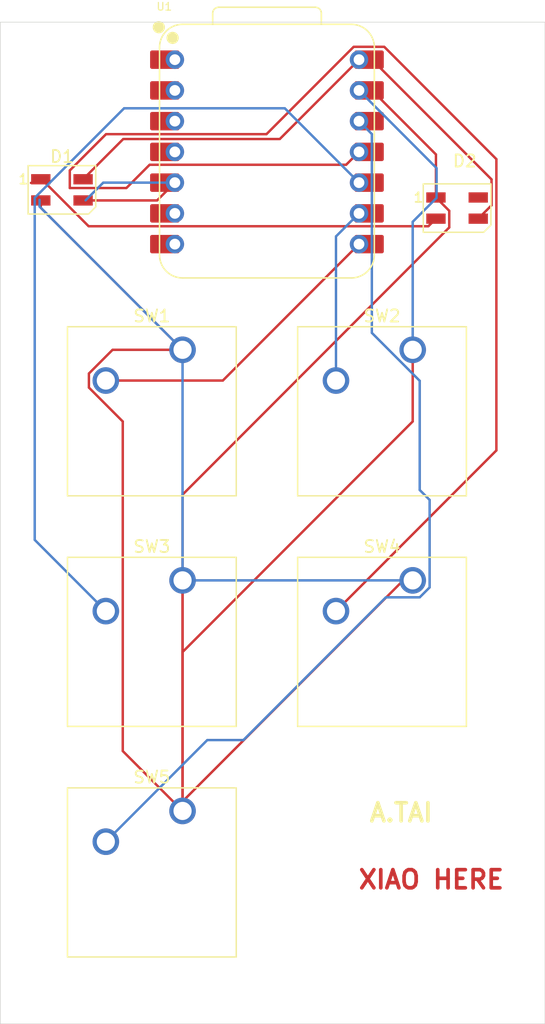
<source format=kicad_pcb>
(kicad_pcb (version 20241229) (generator "pcbnew") (generator_version "9.0")
  (layers (0 "F.Cu" signal) (2 "B.Cu" signal) (13 "F.Paste" user) (15 "B.Paste" user) (5 "F.SilkS" user "F.Silkscreen") (7 "B.SilkS" user "B.Silkscreen") (1 "F.Mask" user) (3 "B.Mask" user) (25 "Edge.Cuts" user))
  (net 0 "")
  (net 1 "GND")
  (net 2 "Net-(D1-DOUT)")
  (net 3 "+5V")
  (net 4 "Net-(D1-DIN)")
  (net 6 "Net-(U1-GPIO1{slash}RX)")
  (net 7 "Net-(U1-GPIO2{slash}SCK)")
  (net 8 "Net-(U1-GPIO4{slash}MISO)")
  (net 9 "Net-(U1-GPIO3{slash}MOSI)")
  (net 10 "Net-(U1-3V3)")
  (footprint "Button_Switch_Keyboard:SW_Cherry_MX_1.00u_PCB" (layer "F.Cu") (at 153.325 83.46975)
    (property "Reference" "SW1" (at -2.54 -2.794 0) (layer "F.SilkS"))
    (property "Value" "SW_Push")
    (fp_line (start -9.525 -1.905) (end 4.445 -1.905) (stroke (width 0.12)) (layer "F.SilkS"))
    (fp_line (start -9.525 12.065) (end -9.525 -1.905) (stroke (width 0.12)) (layer "F.SilkS"))
    (fp_line (start 4.445 -1.905) (end 4.445 12.065) (stroke (width 0.12)) (layer "F.SilkS"))
    (fp_line (start 4.445 12.065) (end -9.525 12.065) (stroke (width 0.12)) (layer "F.SilkS"))
    (pad "" np_thru_hole circle (at -7.62 5.08) (size 1.7 1.7) (drill 1.7) (layers "*.Cu" "*.Mask"))
    (pad "" np_thru_hole circle (at -2.54 5.08) (size 4 4) (drill 4) (layers "*.Cu" "*.Mask"))
    (pad "" np_thru_hole circle (at 2.54 5.08) (size 1.7 1.7) (drill 1.7) (layers "*.Cu" "*.Mask"))
    (pad "1" thru_hole circle (at 0 0) (size 2.2 2.2) (drill 1.5) (layers "*.Cu" "*.Mask") (net 1 "GND"))
    (pad "2" thru_hole circle (at -6.35 2.54) (size 2.2 2.2) (drill 1.5) (layers "*.Cu" "*.Mask") (net 6 "Net-(U1-GPIO1{slash}RX)"))
  )
  (footprint "Button_Switch_Keyboard:SW_Cherry_MX_1.00u_PCB" (layer "F.Cu") (at 153.325 121.56975)
    (property "Reference" "SW5" (at -2.54 -2.794 0) (layer "F.SilkS"))
    (property "Value" "SW_Push")
    (fp_line (start -9.525 -1.905) (end 4.445 -1.905) (stroke (width 0.12)) (layer "F.SilkS"))
    (fp_line (start -9.525 12.065) (end -9.525 -1.905) (stroke (width 0.12)) (layer "F.SilkS"))
    (fp_line (start 4.445 -1.905) (end 4.445 12.065) (stroke (width 0.12)) (layer "F.SilkS"))
    (fp_line (start 4.445 12.065) (end -9.525 12.065) (stroke (width 0.12)) (layer "F.SilkS"))
    (pad "" np_thru_hole circle (at -7.62 5.08) (size 1.7 1.7) (drill 1.7) (layers "*.Cu" "*.Mask"))
    (pad "" np_thru_hole circle (at -2.54 5.08) (size 4 4) (drill 4) (layers "*.Cu" "*.Mask"))
    (pad "" np_thru_hole circle (at 2.54 5.08) (size 1.7 1.7) (drill 1.7) (layers "*.Cu" "*.Mask"))
    (pad "1" thru_hole circle (at 0 0) (size 2.2 2.2) (drill 1.5) (layers "*.Cu" "*.Mask") (net 1 "GND"))
    (pad "2" thru_hole circle (at -6.35 2.54) (size 2.2 2.2) (drill 1.5) (layers "*.Cu" "*.Mask") (net 10 "Net-(U1-3V3)"))
  )
  (footprint "Button_Switch_Keyboard:SW_Cherry_MX_1.00u_PCB" (layer "F.Cu") (at 153.325 102.51975)
    (property "Reference" "SW3" (at -2.54 -2.794 0) (layer "F.SilkS"))
    (property "Value" "SW_Push")
    (fp_line (start -9.525 -1.905) (end 4.445 -1.905) (stroke (width 0.12)) (layer "F.SilkS"))
    (fp_line (start -9.525 12.065) (end -9.525 -1.905) (stroke (width 0.12)) (layer "F.SilkS"))
    (fp_line (start 4.445 -1.905) (end 4.445 12.065) (stroke (width 0.12)) (layer "F.SilkS"))
    (fp_line (start 4.445 12.065) (end -9.525 12.065) (stroke (width 0.12)) (layer "F.SilkS"))
    (pad "" np_thru_hole circle (at -7.62 5.08) (size 1.7 1.7) (drill 1.7) (layers "*.Cu" "*.Mask"))
    (pad "" np_thru_hole circle (at -2.54 5.08) (size 4 4) (drill 4) (layers "*.Cu" "*.Mask"))
    (pad "" np_thru_hole circle (at 2.54 5.08) (size 1.7 1.7) (drill 1.7) (layers "*.Cu" "*.Mask"))
    (pad "1" thru_hole circle (at 0 0) (size 2.2 2.2) (drill 1.5) (layers "*.Cu" "*.Mask") (net 1 "GND"))
    (pad "2" thru_hole circle (at -6.35 2.54) (size 2.2 2.2) (drill 1.5) (layers "*.Cu" "*.Mask") (net 8 "Net-(U1-GPIO4{slash}MISO)"))
  )
  (footprint "Button_Switch_Keyboard:SW_Cherry_MX_1.00u_PCB" (layer "F.Cu") (at 172.375 102.51975)
    (property "Reference" "SW4" (at -2.54 -2.794 0) (layer "F.SilkS"))
    (property "Value" "SW_Push")
    (fp_line (start -9.525 -1.905) (end 4.445 -1.905) (stroke (width 0.12)) (layer "F.SilkS"))
    (fp_line (start -9.525 12.065) (end -9.525 -1.905) (stroke (width 0.12)) (layer "F.SilkS"))
    (fp_line (start 4.445 -1.905) (end 4.445 12.065) (stroke (width 0.12)) (layer "F.SilkS"))
    (fp_line (start 4.445 12.065) (end -9.525 12.065) (stroke (width 0.12)) (layer "F.SilkS"))
    (pad "" np_thru_hole circle (at -7.62 5.08) (size 1.7 1.7) (drill 1.7) (layers "*.Cu" "*.Mask"))
    (pad "" np_thru_hole circle (at -2.54 5.08) (size 4 4) (drill 4) (layers "*.Cu" "*.Mask"))
    (pad "" np_thru_hole circle (at 2.54 5.08) (size 1.7 1.7) (drill 1.7) (layers "*.Cu" "*.Mask"))
    (pad "1" thru_hole circle (at 0 0) (size 2.2 2.2) (drill 1.5) (layers "*.Cu" "*.Mask") (net 1 "GND"))
    (pad "2" thru_hole circle (at -6.35 2.54) (size 2.2 2.2) (drill 1.5) (layers "*.Cu" "*.Mask") (net 9 "Net-(U1-GPIO3{slash}MOSI)"))
  )
  (footprint "Seeed Studio XIAO Series Library:XIAO-RP2040-DIP" (layer "F.Cu") (at 160.31 67.1185)
    (property "Reference" "U1" (at -8.5 -12 0) (layer "F.SilkS") (effects (font (size 0.635 0.635) (thickness 0.1016))))
    (property "Value" "XIAO-RP2040-DIP")
    (fp_line (start -8.89 8.509) (end -8.89 -8.636) (stroke (width 0.127)) (layer "F.SilkS"))
    (fp_line (start -6.985 10.414) (end 6.985 10.414) (stroke (width 0.127)) (layer "F.SilkS"))
    (fp_line (start -4.495 -10.541) (end -4.491272 -11.451272) (stroke (width 0.127)) (layer "F.SilkS"))
    (fp_line (start -3.991272 -11.951) (end 4.004 -11.951) (stroke (width 0.127)) (layer "F.SilkS"))
    (fp_line (start 4.504 -11.451) (end 4.504 -10.541) (stroke (width 0.127)) (layer "F.SilkS"))
    (fp_line (start 6.985 -10.541) (end -6.985 -10.541) (stroke (width 0.1)) (layer "F.SilkS"))
    (fp_line (start 6.985 -10.541) (end -6.985 -10.541) (stroke (width 0.127)) (layer "F.SilkS"))
    (fp_line (start 8.89 8.509) (end 8.89 -8.636) (stroke (width 0.127)) (layer "F.SilkS"))
    (fp_arc (start -8.89 -8.636) (mid -8.332038 -9.983038) (end -6.985 -10.541) (stroke (width 0.127)) (layer "F.SilkS"))
    (fp_arc (start -6.985 10.414) (mid -8.332038 9.856038) (end -8.89 8.509) (stroke (width 0.127)) (layer "F.SilkS"))
    (fp_arc (start -4.491272 -11.451272) (mid -4.344728 -11.80464) (end -3.991272 -11.951) (stroke (width 0.127)) (layer "F.SilkS"))
    (fp_arc (start 4.004 -11.951) (mid 4.357553 -11.804553) (end 4.504 -11.451) (stroke (width 0.127)) (layer "F.SilkS"))
    (fp_arc (start 6.985 -10.541) (mid 8.332038 -9.983038) (end 8.89 -8.636) (stroke (width 0.127)) (layer "F.SilkS"))
    (fp_arc (start 8.89 8.509) (mid 8.332038 9.856038) (end 6.985 10.414) (stroke (width 0.127)) (layer "F.SilkS"))
    (fp_circle (center -8.95 -10.3) (end -8.95 -10.554) (stroke (width 0.5)) (fill yes) (layer "F.SilkS"))
    (fp_circle (center -7.807 -9.42) (end -7.807 -9.674) (stroke (width 0.5)) (fill yes) (layer "F.SilkS"))
    (pad "1" smd roundrect (at -8.455 -7.62 180) (size 2.432 1.524) (layers "F.Cu" "F.Mask") (roundrect_rratio 0.1))
    (pad "1" thru_hole circle (at -7.62 -7.62 180) (size 1.524 1.524) (drill 0.889) (layers "*.Cu" "*.Mask"))
    (pad "2" smd roundrect (at -8.455 -5.08 180) (size 2.432 1.524) (layers "F.Cu" "F.Mask") (roundrect_rratio 0.1))
    (pad "2" thru_hole circle (at -7.62 -5.08 180) (size 1.524 1.524) (drill 0.889) (layers "*.Cu" "*.Mask"))
    (pad "3" smd roundrect (at -8.455 -2.54 180) (size 2.432 1.524) (layers "F.Cu" "F.Mask") (roundrect_rratio 0.1))
    (pad "3" thru_hole circle (at -7.62 -2.54 180) (size 1.524 1.524) (drill 0.889) (layers "*.Cu" "*.Mask"))
    (pad "4" smd roundrect (at -8.455 0 180) (size 2.432 1.524) (layers "F.Cu" "F.Mask") (roundrect_rratio 0.1))
    (pad "4" thru_hole circle (at -7.62 0 180) (size 1.524 1.524) (drill 0.889) (layers "*.Cu" "*.Mask"))
    (pad "5" smd roundrect (at -8.455 2.54 180) (size 2.432 1.524) (layers "F.Cu" "F.Mask") (roundrect_rratio 0.1) (net 4 "Net-(D1-DIN)"))
    (pad "5" thru_hole circle (at -7.62 2.54 180) (size 1.524 1.524) (drill 0.889) (layers "*.Cu" "*.Mask") (net 4 "Net-(D1-DIN)"))
    (pad "6" smd roundrect (at -8.455 5.08 180) (size 2.432 1.524) (layers "F.Cu" "F.Mask") (roundrect_rratio 0.1))
    (pad "6" thru_hole circle (at -7.62 5.08 180) (size 1.524 1.524) (drill 0.889) (layers "*.Cu" "*.Mask"))
    (pad "7" smd roundrect (at -8.455 7.62 180) (size 2.432 1.524) (layers "F.Cu" "F.Mask") (roundrect_rratio 0.1))
    (pad "7" thru_hole circle (at -7.62 7.62 180) (size 1.524 1.524) (drill 0.889) (layers "*.Cu" "*.Mask"))
    (pad "8" thru_hole circle (at 7.62 7.62) (size 1.524 1.524) (drill 0.889) (layers "*.Cu" "*.Mask") (net 6 "Net-(U1-GPIO1{slash}RX)"))
    (pad "8" smd roundrect (at 8.455 7.62) (size 2.432 1.524) (layers "F.Cu" "F.Mask") (roundrect_rratio 0.1) (net 6 "Net-(U1-GPIO1{slash}RX)"))
    (pad "9" thru_hole circle (at 7.62 5.08) (size 1.524 1.524) (drill 0.889) (layers "*.Cu" "*.Mask") (net 7 "Net-(U1-GPIO2{slash}SCK)"))
    (pad "9" smd roundrect (at 8.455 5.08) (size 2.432 1.524) (layers "F.Cu" "F.Mask") (roundrect_rratio 0.1) (net 7 "Net-(U1-GPIO2{slash}SCK)"))
    (pad "10" thru_hole circle (at 7.62 2.54) (size 1.524 1.524) (drill 0.889) (layers "*.Cu" "*.Mask") (net 8 "Net-(U1-GPIO4{slash}MISO)"))
    (pad "10" smd roundrect (at 8.455 2.54) (size 2.432 1.524) (layers "F.Cu" "F.Mask") (roundrect_rratio 0.1) (net 8 "Net-(U1-GPIO4{slash}MISO)"))
    (pad "11" thru_hole circle (at 7.62 0) (size 1.524 1.524) (drill 0.889) (layers "*.Cu" "*.Mask") (net 9 "Net-(U1-GPIO3{slash}MOSI)"))
    (pad "11" smd roundrect (at 8.455 0) (size 2.432 1.524) (layers "F.Cu" "F.Mask") (roundrect_rratio 0.1) (net 9 "Net-(U1-GPIO3{slash}MOSI)"))
    (pad "12" thru_hole circle (at 7.62 -2.54) (size 1.524 1.524) (drill 0.889) (layers "*.Cu" "*.Mask") (net 10 "Net-(U1-3V3)"))
    (pad "12" smd roundrect (at 8.455 -2.54) (size 2.432 1.524) (layers "F.Cu" "F.Mask") (roundrect_rratio 0.1) (net 10 "Net-(U1-3V3)"))
    (pad "13" thru_hole circle (at 7.62 -5.08) (size 1.524 1.524) (drill 0.889) (layers "*.Cu" "*.Mask") (net 1 "GND"))
    (pad "13" smd roundrect (at 8.455 -5.08) (size 2.432 1.524) (layers "F.Cu" "F.Mask") (roundrect_rratio 0.1) (net 1 "GND"))
    (pad "14" thru_hole circle (at 7.62 -7.62) (size 1.524 1.524) (drill 0.889) (layers "*.Cu" "*.Mask") (net 3 "+5V"))
    (pad "14" smd roundrect (at 8.455 -7.62) (size 2.432 1.524) (layers "F.Cu" "F.Mask") (roundrect_rratio 0.1) (net 3 "+5V"))
  )
  (footprint "LED_SMD:LED_SK6812MINI_PLCC4_3.5x3.5mm_P1.75mm" (layer "F.Cu") (at 143.34275 70.254)
    (property "Reference" "D1" (at 0 -2.75 0) (layer "F.SilkS"))
    (property "Value" "SK6812MINI")
    (fp_line (start -2.8 -2) (end -2.8 2) (stroke (width 0.12)) (layer "F.SilkS"))
    (fp_line (start -2.8 -2) (end 2.8 -2) (stroke (width 0.12)) (layer "F.SilkS"))
    (fp_line (start -2.8 2) (end 2.2 2) (stroke (width 0.12)) (layer "F.SilkS"))
    (fp_line (start 2.8 1.4) (end 2.2 2) (stroke (width 0.12)) (layer "F.SilkS"))
    (fp_line (start 2.8 1.4) (end 2.8 -2) (stroke (width 0.12)) (layer "F.SilkS"))
    (fp_text user "1" (at -3.2 -0.875 0) (layer "F.SilkS") (effects (font (size 0.8 0.8))))
    (pad "1" smd rect (at -1.75 -0.875) (size 1.6 0.85) (layers "F.Cu" "F.Mask" "F.Paste") (net 2 "Net-(D1-DOUT)"))
    (pad "2" smd rect (at -1.75 0.875) (size 1.6 0.85) (layers "F.Cu" "F.Mask" "F.Paste") (net 1 "GND"))
    (pad "3" smd rect (at 1.75 0.875) (size 1.6 0.85) (layers "F.Cu" "F.Mask" "F.Paste") (net 4 "Net-(D1-DIN)"))
    (pad "4" smd rect (at 1.75 -0.875) (size 1.6 0.85) (layers "F.Cu" "F.Mask" "F.Paste") (net 3 "+5V"))
  )
  (footprint "LED_SMD:LED_SK6812MINI_PLCC4_3.5x3.5mm_P1.75mm" (layer "F.Cu") (at 176.049 71.76025)
    (property "Reference" "D2" (at 0.63125 -3.8875 0) (layer "F.SilkS"))
    (property "Value" "SK6812")
    (fp_line (start -2.8 -2) (end -2.8 2) (stroke (width 0.12)) (layer "F.SilkS"))
    (fp_line (start -2.8 -2) (end 2.8 -2) (stroke (width 0.12)) (layer "F.SilkS"))
    (fp_line (start -2.8 2) (end 2.2 2) (stroke (width 0.12)) (layer "F.SilkS"))
    (fp_line (start 2.8 1.4) (end 2.2 2) (stroke (width 0.12)) (layer "F.SilkS"))
    (fp_line (start 2.8 1.4) (end 2.8 -2) (stroke (width 0.12)) (layer "F.SilkS"))
    (fp_text user "1" (at -3.2 -0.875 0) (layer "F.SilkS") (effects (font (size 0.8 0.8))))
    (pad "1" smd rect (at -1.75 -0.875) (size 1.6 0.85) (layers "F.Cu" "F.Mask" "F.Paste") (net 1 "GND"))
    (pad "2" smd rect (at -1.75 0.875) (size 1.6 0.85) (layers "F.Cu" "F.Mask" "F.Paste") (net 2 "Net-(D1-DOUT)"))
    (pad "3" smd rect (at 1.75 0.875) (size 1.6 0.85) (layers "F.Cu" "F.Mask" "F.Paste") (net 3 "+5V"))
    (pad "4" smd rect (at 1.75 -0.875) (size 1.6 0.85) (layers "F.Cu" "F.Mask" "F.Paste"))
  )
  (footprint "Button_Switch_Keyboard:SW_Cherry_MX_1.00u_PCB" (layer "F.Cu") (at 172.375 83.46975)
    (property "Reference" "SW2" (at -2.54 -2.794 0) (layer "F.SilkS"))
    (property "Value" "SW_Push")
    (fp_line (start -9.525 -1.905) (end 4.445 -1.905) (stroke (width 0.12)) (layer "F.SilkS"))
    (fp_line (start -9.525 12.065) (end -9.525 -1.905) (stroke (width 0.12)) (layer "F.SilkS"))
    (fp_line (start 4.445 -1.905) (end 4.445 12.065) (stroke (width 0.12)) (layer "F.SilkS"))
    (fp_line (start 4.445 12.065) (end -9.525 12.065) (stroke (width 0.12)) (layer "F.SilkS"))
    (pad "" np_thru_hole circle (at -7.62 5.08) (size 1.7 1.7) (drill 1.7) (layers "*.Cu" "*.Mask"))
    (pad "" np_thru_hole circle (at -2.54 5.08) (size 4 4) (drill 4) (layers "*.Cu" "*.Mask"))
    (pad "" np_thru_hole circle (at 2.54 5.08) (size 1.7 1.7) (drill 1.7) (layers "*.Cu" "*.Mask"))
    (pad "1" thru_hole circle (at 0 0) (size 2.2 2.2) (drill 1.5) (layers "*.Cu" "*.Mask") (net 1 "GND"))
    (pad "2" thru_hole circle (at -6.35 2.54) (size 2.2 2.2) (drill 1.5) (layers "*.Cu" "*.Mask") (net 7 "Net-(U1-GPIO2{slash}SCK)"))
  )
  (gr_rect (start 138.24 56.4) (end 183.32 139.16) (stroke (width 0.05)) (fill no) (layer "Edge.Cuts"))
  (gr_text "XIAO HERE\n" (at 167.75 128.12 0) (layer "F.Cu") (effects (font (size 1.5 1.5) (thickness 0.3) (bold yes)) (justify left bottom)))
  (gr_text "A.TAI" (at 168.65 122.59 0) (layer "F.SilkS") (effects (font (size 1.5 1.5) (thickness 0.3) (bold yes)) (justify left bottom)))
  (segment (start 153.325 121.56975) (end 148.376 116.62075) (width 0.2) (layer "F.Cu") (net 1))
  (segment (start 172.375 89.39128) (end 172.375 83.46975) (width 0.2) (layer "F.Cu") (net 1))
  (segment (start 145.574 86.590064) (end 145.574 85.429436) (width 0.2) (layer "F.Cu") (net 1))
  (segment (start 141.59275 71.7375) (end 153.325 83.46975) (width 0.2) (layer "F.Cu") (net 1))
  (segment (start 174.299 67.32987) (end 169.00763 62.0385) (width 0.2) (layer "F.Cu") (net 1))
  (segment (start 147.533686 83.46975) (end 153.325 83.46975) (width 0.2) (layer "F.Cu") (net 1))
  (segment (start 153.325 121.56975) (end 153.325 95.43625) (width 0.2) (layer "F.Cu") (net 1))
  (segment (start 153.325 121.56975) (end 153.325 120.784934) (width 0.2) (layer "F.Cu") (net 1))
  (segment (start 169.00763 62.0385) (end 167.93 62.0385) (width 0.2) (layer "F.Cu") (net 1))
  (segment (start 175.4 71.98625) (end 174.299 70.88525) (width 0.2) (layer "F.Cu") (net 1))
  (segment (start 145.574 85.429436) (end 147.533686 83.46975) (width 0.2) (layer "F.Cu") (net 1))
  (segment (start 153.325 108.44128) (end 172.375 89.39128) (width 0.2) (layer "F.Cu") (net 1))
  (segment (start 153.325 121.56975) (end 153.325 108.44128) (width 0.2) (layer "F.Cu") (net 1))
  (segment (start 153.325 120.784934) (end 171.590184 102.51975) (width 0.2) (layer "F.Cu") (net 1))
  (segment (start 148.376 116.62075) (end 148.376 89.392064) (width 0.2) (layer "F.Cu") (net 1))
  (segment (start 153.325 121.56975) (end 153.325 102.51975) (width 0.2) (layer "F.Cu") (net 1))
  (segment (start 174.299 70.88525) (end 174.299 67.32987) (width 0.2) (layer "F.Cu") (net 1))
  (segment (start 148.376 89.392064) (end 145.574 86.590064) (width 0.2) (layer "F.Cu") (net 1))
  (segment (start 175.4 73.36125) (end 175.4 71.98625) (width 0.2) (layer "F.Cu") (net 1))
  (segment (start 153.325 95.43625) (end 175.4 73.36125) (width 0.2) (layer "F.Cu") (net 1))
  (segment (start 171.590184 102.51975) (end 172.375 102.51975) (width 0.2) (layer "F.Cu") (net 1))
  (segment (start 141.59275 71.129) (end 141.59275 71.7375) (width 0.2) (layer "F.Cu") (net 1))
  (segment (start 153.325 83.46975) (end 153.325 102.51975) (width 0.2) (layer "B.Cu") (net 1))
  (segment (start 174.35 70.92) (end 174.35 68.4585) (width 0.2) (layer "B.Cu") (net 1))
  (segment (start 141.49 71.63475) (end 141.49 71.08) (width 0.2) (layer "B.Cu") (net 1))
  (segment (start 141.49 71.63475) (end 153.325 83.46975) (width 0.2) (layer "B.Cu") (net 1))
  (segment (start 172.375 83.46975) (end 172.375 72.895) (width 0.2) (layer "B.Cu") (net 1))
  (segment (start 172.375 72.895) (end 174.35 70.92) (width 0.2) (layer "B.Cu") (net 1))
  (segment (start 172.375 102.51975) (end 153.325 102.51975) (width 0.2) (layer "B.Cu") (net 1))
  (segment (start 174.35 68.4585) (end 167.93 62.0385) (width 0.2) (layer "B.Cu") (net 1))
  (segment (start 145.55225 73.2615) (end 141.97075 69.68) (width 0.2) (layer "F.Cu") (net 2))
  (segment (start 173.67275 73.2615) (end 145.55225 73.2615) (width 0.2) (layer "F.Cu") (net 2))
  (segment (start 174.299 72.63525) (end 173.67275 73.2615) (width 0.2) (layer "F.Cu") (net 2))
  (segment (start 141.97075 69.68) (end 140.78 69.68) (width 0.2) (layer "F.Cu") (net 2))
  (segment (start 177.799 72.63525) (end 178.9 71.53425) (width 0.2) (layer "F.Cu") (net 3))
  (segment (start 161.373 66.0555) (end 167.93 59.4985) (width 0.2) (layer "F.Cu") (net 3))
  (segment (start 145.09275 69.379) (end 148.41625 66.0555) (width 0.2) (layer "F.Cu") (net 3))
  (segment (start 148.41625 66.0555) (end 161.373 66.0555) (width 0.2) (layer "F.Cu") (net 3))
  (segment (start 178.9 69.39087) (end 169.00763 59.4985) (width 0.2) (layer "F.Cu") (net 3))
  (segment (start 169.00763 59.4985) (end 167.93 59.4985) (width 0.2) (layer "F.Cu") (net 3))
  (segment (start 178.9 71.53425) (end 178.9 69.39087) (width 0.2) (layer "F.Cu") (net 3))
  (segment (start 145.09275 71.129) (end 151.2195 71.129) (width 0.2) (layer "F.Cu") (net 4))
  (segment (start 151.2195 71.129) (end 152.69 69.6585) (width 0.2) (layer "F.Cu") (net 4))
  (segment (start 146.7615 69.6585) (end 145.3 71.12) (width 0.2) (layer "B.Cu") (net 4))
  (segment (start 146.7615 69.6585) (end 152.69 69.6585) (width 0.2) (layer "B.Cu") (net 4))
  (segment (start 146.975 86.00975) (end 156.65875 86.00975) (width 0.2) (layer "F.Cu") (net 6))
  (segment (start 156.65875 86.00975) (end 167.93 74.7385) (width 0.2) (layer "F.Cu") (net 6))
  (segment (start 167.93 72.1985) (end 166.025 74.1035) (width 0.2) (layer "B.Cu") (net 7))
  (segment (start 166.025 74.1035) (end 166.025 86.00975) (width 0.2) (layer "B.Cu") (net 7))
  (segment (start 148.4874 63.5155) (end 161.787 63.5155) (width 0.2) (layer "B.Cu") (net 8))
  (segment (start 141.089 99.17375) (end 141.089 70.9139) (width 0.2) (layer "B.Cu") (net 8))
  (segment (start 161.787 63.5155) (end 167.93 69.6585) (width 0.2) (layer "B.Cu") (net 8))
  (segment (start 141.089 70.9139) (end 148.4874 63.5155) (width 0.2) (layer "B.Cu") (net 8))
  (segment (start 146.975 105.05975) (end 141.089 99.17375) (width 0.2) (layer "B.Cu") (net 8))
  (segment (start 179.301 67.715874) (end 170.020626 58.4355) (width 0.2) (layer "F.Cu") (net 9))
  (segment (start 166.867 68.1815) (end 167.93 67.1185) (width 0.2) (layer "F.Cu") (net 9))
  (segment (start 167.48969 58.4355) (end 160.27069 65.6545) (width 0.2) (layer "F.Cu") (net 9))
  (segment (start 143.99175 68.653) (end 143.99175 70.105) (width 0.2) (layer "F.Cu") (net 9))
  (segment (start 148.675874 70.105) (end 150.599374 68.1815) (width 0.2) (layer "F.Cu") (net 9))
  (segment (start 150.599374 68.1815) (end 166.867 68.1815) (width 0.2) (layer "F.Cu") (net 9))
  (segment (start 170.020626 58.4355) (end 167.48969 58.4355) (width 0.2) (layer "F.Cu") (net 9))
  (segment (start 146.99025 65.6545) (end 143.99175 68.653) (width 0.2) (layer "F.Cu") (net 9))
  (segment (start 166.025 105.05975) (end 179.301 91.78375) (width 0.2) (layer "F.Cu") (net 9))
  (segment (start 143.99175 70.105) (end 148.675874 70.105) (width 0.2) (layer "F.Cu") (net 9))
  (segment (start 160.27069 65.6545) (end 146.99025 65.6545) (width 0.2) (layer "F.Cu") (net 9))
  (segment (start 179.301 91.78375) (end 179.301 67.715874) (width 0.2) (layer "F.Cu") (net 9))
  (segment (start 172.955314 86.031378) (end 168.993 82.069064) (width 0.2) (layer "B.Cu") (net 10))
  (segment (start 172.955314 95.051594) (end 172.955314 86.031378) (width 0.2) (layer "B.Cu") (net 10))
  (segment (start 168.993 82.069064) (end 168.993 65.6415) (width 0.2) (layer "B.Cu") (net 10))
  (segment (start 173.776 103.100064) (end 173.776 95.87228) (width 0.2) (layer "B.Cu") (net 10))
  (segment (start 170.153314 103.92075) (end 172.955314 103.92075) (width 0.2) (layer "B.Cu") (net 10))
  (segment (start 173.776 95.87228) (end 172.955314 95.051594) (width 0.2) (layer "B.Cu") (net 10))
  (segment (start 172.955314 103.92075) (end 173.776 103.100064) (width 0.2) (layer "B.Cu") (net 10))
  (segment (start 158.359064 115.715) (end 170.153314 103.92075) (width 0.2) (layer "B.Cu") (net 10))
  (segment (start 168.993 65.6415) (end 167.93 64.5785) (width 0.2) (layer "B.Cu") (net 10))
  (segment (start 155.36975 115.715) (end 158.359064 115.715) (width 0.2) (layer "B.Cu") (net 10))
  (segment (start 146.975 124.10975) (end 155.36975 115.715) (width 0.2) (layer "B.Cu") (net 10))
)
</source>
